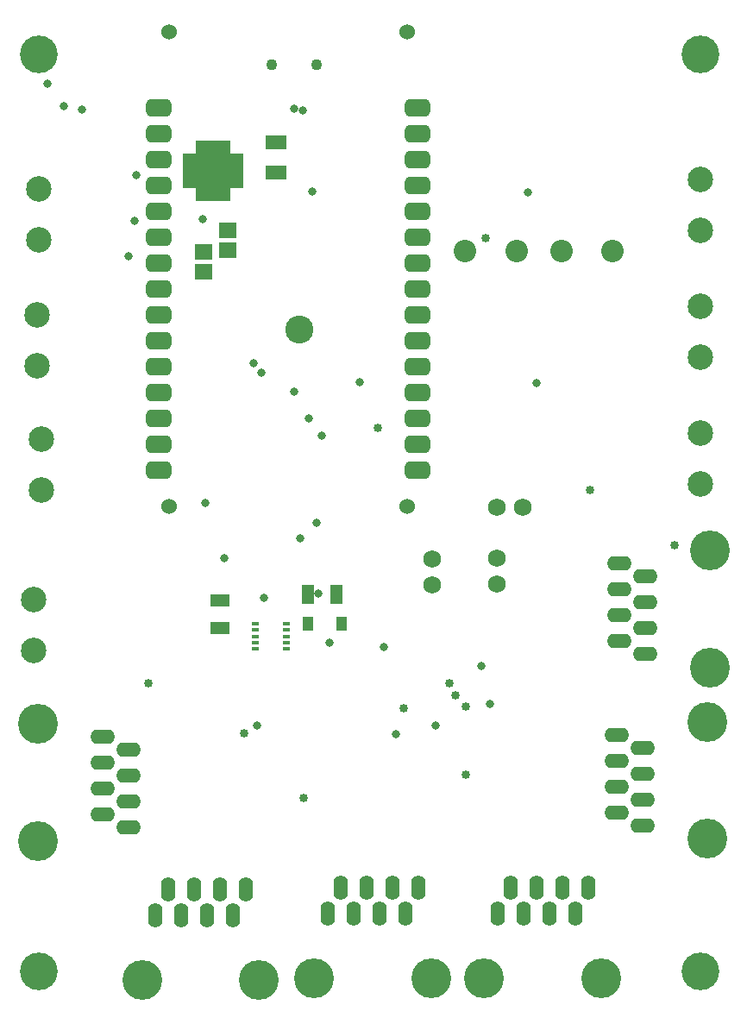
<source format=gbs>
G04 Layer_Color=8150272*
%FSLAX24Y24*%
%MOIN*%
G70*
G01*
G75*
%ADD34C,0.0600*%
%ADD67R,0.0690X0.0612*%
%ADD86C,0.0680*%
%ADD87O,0.0946X0.0552*%
%ADD88C,0.1537*%
%ADD89O,0.0552X0.0946*%
G04:AMPARAMS|DCode=90|XSize=68mil|YSize=98mil|CornerRadius=19mil|HoleSize=0mil|Usage=FLASHONLY|Rotation=270.000|XOffset=0mil|YOffset=0mil|HoleType=Round|Shape=RoundedRectangle|*
%AMROUNDEDRECTD90*
21,1,0.0680,0.0600,0,0,270.0*
21,1,0.0300,0.0980,0,0,270.0*
1,1,0.0380,-0.0300,-0.0150*
1,1,0.0380,-0.0300,0.0150*
1,1,0.0380,0.0300,0.0150*
1,1,0.0380,0.0300,-0.0150*
%
%ADD90ROUNDEDRECTD90*%
%ADD91C,0.0986*%
%ADD92C,0.0434*%
%ADD93C,0.1080*%
%ADD94C,0.0867*%
%ADD96C,0.0320*%
%ADD97C,0.1458*%
%ADD98C,0.0316*%
%ADD99C,0.0336*%
%ADD100R,0.1340X0.2326*%
%ADD101R,0.2326X0.1340*%
%ADD102O,0.0159X0.0415*%
%ADD103O,0.0415X0.0159*%
%ADD104R,0.1312X0.1312*%
%ADD105R,0.0438X0.0560*%
%ADD106R,0.0474X0.0749*%
%ADD107R,0.0749X0.0474*%
G04:AMPARAMS|DCode=108|XSize=29.5mil|YSize=15.7mil|CornerRadius=4.9mil|HoleSize=0mil|Usage=FLASHONLY|Rotation=0.000|XOffset=0mil|YOffset=0mil|HoleType=Round|Shape=RoundedRectangle|*
%AMROUNDEDRECTD108*
21,1,0.0295,0.0059,0,0,0.0*
21,1,0.0197,0.0157,0,0,0.0*
1,1,0.0098,0.0098,-0.0030*
1,1,0.0098,-0.0098,-0.0030*
1,1,0.0098,-0.0098,0.0030*
1,1,0.0098,0.0098,0.0030*
%
%ADD108ROUNDEDRECTD108*%
%ADD109R,0.0789X0.0533*%
D34*
X16856Y29804D02*
D03*
X26052D02*
D03*
Y48135D02*
D03*
X16856D02*
D03*
D67*
X19134Y40463D02*
D03*
Y39695D02*
D03*
X18191Y39624D02*
D03*
Y38856D02*
D03*
D86*
X29539Y29764D02*
D03*
X30539D02*
D03*
X29528Y26783D02*
D03*
Y27783D02*
D03*
X27008Y26744D02*
D03*
Y27744D02*
D03*
D87*
X34248Y24577D02*
D03*
Y25577D02*
D03*
Y27577D02*
D03*
Y26577D02*
D03*
X35248Y27077D02*
D03*
Y26077D02*
D03*
Y24077D02*
D03*
Y25077D02*
D03*
X34169Y17963D02*
D03*
Y18963D02*
D03*
Y20963D02*
D03*
Y19963D02*
D03*
X35169Y20463D02*
D03*
Y19463D02*
D03*
Y17463D02*
D03*
Y18463D02*
D03*
X15280Y20384D02*
D03*
Y19384D02*
D03*
Y17384D02*
D03*
Y18384D02*
D03*
X14280Y17884D02*
D03*
Y18884D02*
D03*
Y20884D02*
D03*
Y19884D02*
D03*
D88*
X37748Y28091D02*
D03*
Y23563D02*
D03*
X33563Y11543D02*
D03*
X29035D02*
D03*
X26988D02*
D03*
X22461D02*
D03*
X20335Y11504D02*
D03*
X15807D02*
D03*
X37669Y21476D02*
D03*
Y16949D02*
D03*
X11780Y16870D02*
D03*
Y21398D02*
D03*
D89*
X30049Y15043D02*
D03*
X31049D02*
D03*
X33049D02*
D03*
X32049D02*
D03*
X32549Y14043D02*
D03*
X31549D02*
D03*
X29549D02*
D03*
X30549D02*
D03*
X23474Y15043D02*
D03*
X24474D02*
D03*
X26474D02*
D03*
X25474D02*
D03*
X25974Y14043D02*
D03*
X24974D02*
D03*
X22974D02*
D03*
X23974D02*
D03*
X16821Y15004D02*
D03*
X17821D02*
D03*
X19821D02*
D03*
X18821D02*
D03*
X19321Y14004D02*
D03*
X18321D02*
D03*
X16321D02*
D03*
X17321D02*
D03*
D90*
X16454Y44182D02*
D03*
X26454Y45182D02*
D03*
Y44182D02*
D03*
Y43182D02*
D03*
Y42182D02*
D03*
Y41182D02*
D03*
Y40182D02*
D03*
Y39182D02*
D03*
Y38182D02*
D03*
Y37182D02*
D03*
Y36182D02*
D03*
Y35182D02*
D03*
Y34182D02*
D03*
Y33182D02*
D03*
Y32182D02*
D03*
Y31182D02*
D03*
X16454Y45182D02*
D03*
Y43182D02*
D03*
Y42182D02*
D03*
Y41182D02*
D03*
Y40182D02*
D03*
Y39182D02*
D03*
Y38182D02*
D03*
Y37182D02*
D03*
Y36182D02*
D03*
Y35182D02*
D03*
Y34182D02*
D03*
Y33182D02*
D03*
Y32182D02*
D03*
Y31182D02*
D03*
D91*
X11811Y40079D02*
D03*
Y42047D02*
D03*
X11772Y35236D02*
D03*
Y37205D02*
D03*
X37402Y37520D02*
D03*
Y35551D02*
D03*
X11614Y26181D02*
D03*
Y24213D02*
D03*
X37402Y42441D02*
D03*
Y40472D02*
D03*
Y32638D02*
D03*
Y30669D02*
D03*
X11929Y30433D02*
D03*
Y32402D02*
D03*
D92*
X22559Y46870D02*
D03*
X20827D02*
D03*
D93*
X21884Y36632D02*
D03*
D94*
X30276Y39646D02*
D03*
X28306Y39661D02*
D03*
X33977Y39646D02*
D03*
X32007Y39661D02*
D03*
D96*
X24213Y34606D02*
D03*
X31063Y34567D02*
D03*
X20433Y34961D02*
D03*
X20118Y35315D02*
D03*
X13504Y45118D02*
D03*
X12795Y45276D02*
D03*
X15512Y40827D02*
D03*
X15276Y39449D02*
D03*
X18268Y29921D02*
D03*
X18976Y27795D02*
D03*
X18150Y40906D02*
D03*
X15591Y42598D02*
D03*
X22402Y41968D02*
D03*
X29252Y22165D02*
D03*
X25630Y20984D02*
D03*
X22244Y33189D02*
D03*
X22756Y32520D02*
D03*
X21693Y34213D02*
D03*
X30709Y41929D02*
D03*
X21693Y45157D02*
D03*
X22008Y45079D02*
D03*
X22638Y26417D02*
D03*
X25157Y24370D02*
D03*
X22559Y29173D02*
D03*
X23071Y24528D02*
D03*
X20512Y26260D02*
D03*
X21929Y28543D02*
D03*
X20250Y21339D02*
D03*
X28937Y23622D02*
D03*
X27165Y21339D02*
D03*
X12165Y46142D02*
D03*
D97*
X37402Y47244D02*
D03*
X11811D02*
D03*
X37402Y11811D02*
D03*
X11811D02*
D03*
D98*
X18110Y43189D02*
D03*
Y42756D02*
D03*
Y42323D02*
D03*
X18543Y43189D02*
D03*
Y42756D02*
D03*
Y42323D02*
D03*
X18976Y43189D02*
D03*
Y42756D02*
D03*
Y42323D02*
D03*
D99*
X29094Y40160D02*
D03*
X19750Y21010D02*
D03*
X22060Y18530D02*
D03*
X25940Y21990D02*
D03*
X27910Y22480D02*
D03*
X28330Y22060D02*
D03*
Y19430D02*
D03*
X16050Y22970D02*
D03*
X27680D02*
D03*
X24920Y32810D02*
D03*
X33110Y30433D02*
D03*
X36378Y28307D02*
D03*
D100*
X18543Y42756D02*
D03*
D101*
X18543Y42756D02*
D03*
D102*
X17953Y43711D02*
D03*
X18150D02*
D03*
X18346D02*
D03*
X18543D02*
D03*
X18740D02*
D03*
X18937D02*
D03*
X19134D02*
D03*
Y41801D02*
D03*
X18937D02*
D03*
X18740D02*
D03*
X18543D02*
D03*
X18346D02*
D03*
X18150D02*
D03*
X17953D02*
D03*
D103*
X19498Y43346D02*
D03*
Y43150D02*
D03*
Y42953D02*
D03*
Y42756D02*
D03*
Y42559D02*
D03*
Y42362D02*
D03*
Y42165D02*
D03*
X17589D02*
D03*
Y42362D02*
D03*
Y42559D02*
D03*
Y42756D02*
D03*
Y42953D02*
D03*
Y43150D02*
D03*
Y43346D02*
D03*
D104*
X18543Y42756D02*
D03*
D105*
X22219Y25249D02*
D03*
X23510D02*
D03*
D106*
X22236Y26391D02*
D03*
X23326D02*
D03*
D107*
X18819Y25080D02*
D03*
Y26170D02*
D03*
D108*
X21378Y24301D02*
D03*
Y24537D02*
D03*
Y24774D02*
D03*
Y25010D02*
D03*
Y25246D02*
D03*
X20177D02*
D03*
Y25010D02*
D03*
Y24774D02*
D03*
Y24537D02*
D03*
Y24301D02*
D03*
D109*
X20984Y42677D02*
D03*
Y43858D02*
D03*
M02*

</source>
